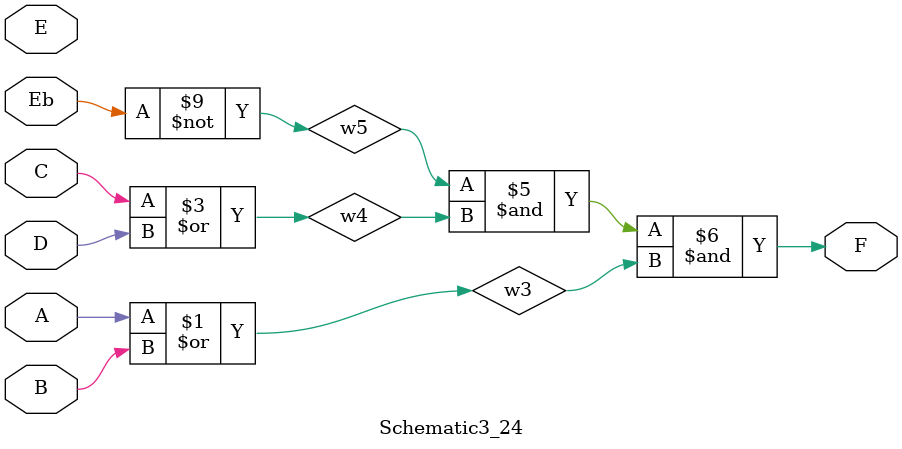
<source format=v>
/* Author: Michalis Papadopoullos (031 14702)
 * Exercise 5
 * Implementation of schematic 3.24 - (Morris Mano 5e)
 */

module Schematic3_24(A, B, C, D, E, Eb, F);
input A, B, C, D, E, Eb;
output F;
wire w1, w2, w3, w4, w5;
nor (w1, A, B);
nor (w2, C, D);
not (w3, w1);
not (w4, w2);
not (w5, Eb);
and (F, w5, w4, w3);
endmodule

</source>
